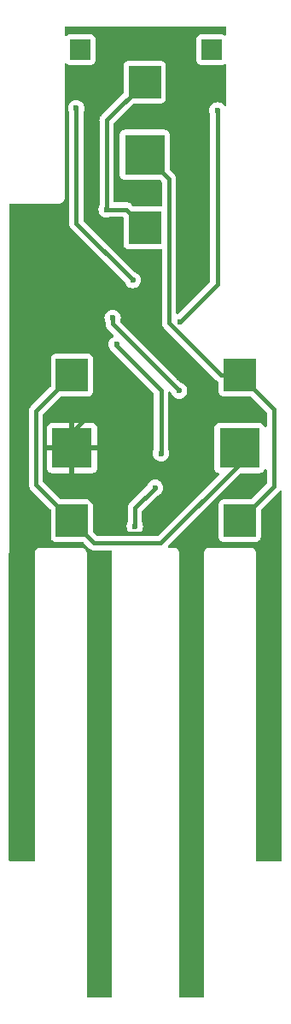
<source format=gbr>
%TF.GenerationSoftware,KiCad,Pcbnew,7.0.11*%
%TF.CreationDate,2025-02-10T21:59:36-08:00*%
%TF.ProjectId,enderman,656e6465-726d-4616-9e2e-6b696361645f,rev?*%
%TF.SameCoordinates,PX6ed1240PY84f1340*%
%TF.FileFunction,Copper,L2,Bot*%
%TF.FilePolarity,Positive*%
%FSLAX46Y46*%
G04 Gerber Fmt 4.6, Leading zero omitted, Abs format (unit mm)*
G04 Created by KiCad (PCBNEW 7.0.11) date 2025-02-10 21:59:36*
%MOMM*%
%LPD*%
G01*
G04 APERTURE LIST*
%TA.AperFunction,SMDPad,CuDef*%
%ADD10R,3.200000X3.200000*%
%TD*%
%TA.AperFunction,SMDPad,CuDef*%
%ADD11R,3.960000X3.960000*%
%TD*%
%TA.AperFunction,SMDPad,CuDef*%
%ADD12R,2.000000X2.000000*%
%TD*%
%TA.AperFunction,ViaPad*%
%ADD13C,0.600000*%
%TD*%
%TA.AperFunction,Conductor*%
%ADD14C,0.400000*%
%TD*%
G04 APERTURE END LIST*
D10*
%TO.P,BT2,1,+*%
%TO.N,+6V*%
X22387500Y79000000D03*
X22387500Y93400000D03*
D11*
%TO.P,BT2,2,-*%
%TO.N,Net-(BT2--)*%
X22387500Y86200000D03*
%TD*%
D10*
%TO.P,BT3,1,+*%
%TO.N,Net-(BT2--)*%
X31800000Y50000000D03*
X31800000Y64400000D03*
D11*
%TO.P,BT3,2,-*%
%TO.N,Net-(BT1-+)*%
X31800000Y57200000D03*
%TD*%
D12*
%TO.P,TP1,1,1*%
%TO.N,unconnected-(TP1-Pad1)*%
X29000000Y96600000D03*
%TD*%
D10*
%TO.P,BT1,1,+*%
%TO.N,Net-(BT1-+)*%
X15175000Y50000000D03*
X15175000Y64400000D03*
D11*
%TO.P,BT1,2,-*%
%TO.N,GND*%
X15175000Y57200000D03*
%TD*%
D12*
%TO.P,TP2,1,1*%
%TO.N,unconnected-(TP2-Pad1)*%
X16000000Y96600000D03*
%TD*%
D13*
%TO.N,Net-(D2-K)*%
X29600000Y90600000D03*
%TO.N,Net-(D1-K)*%
X15600000Y90800000D03*
%TO.N,GND*%
X26400000Y48000000D03*
X25800000Y64200000D03*
X28410000Y64200000D03*
X22810000Y49010000D03*
X17600000Y61200000D03*
%TO.N,+6V*%
X21410000Y49467500D03*
X18600000Y80800000D03*
X23410000Y53267500D03*
%TO.N,Net-(D1-K)*%
X21200000Y73800000D03*
%TO.N,Net-(D2-K)*%
X25900000Y69700000D03*
%TO.N,Net-(U2B-Q)*%
X19210000Y70067500D03*
X25810000Y62867500D03*
%TO.N,Net-(U2A-Q)*%
X19610000Y67467500D03*
X24010000Y56667500D03*
%TD*%
D14*
%TO.N,Net-(D2-K)*%
X29600000Y90600000D02*
X29600000Y73400000D01*
X29600000Y73400000D02*
X25900000Y69700000D01*
%TO.N,Net-(D1-K)*%
X15600000Y90800000D02*
X15600000Y79400000D01*
X15600000Y79400000D02*
X21200000Y73800000D01*
%TO.N,Net-(BT1-+)*%
X17386096Y47788904D02*
X23988904Y47788904D01*
X15175000Y50000000D02*
X17386096Y47788904D01*
X11600000Y60825000D02*
X15175000Y64400000D01*
X31800000Y55600000D02*
X31800000Y57200000D01*
X11600000Y53575000D02*
X11600000Y60825000D01*
X15175000Y50000000D02*
X11600000Y53575000D01*
X23988904Y47788904D02*
X31800000Y55600000D01*
%TO.N,GND*%
X22567500Y48767500D02*
X20432500Y48767500D01*
X28410000Y64200000D02*
X25800000Y64200000D01*
X20432500Y48767500D02*
X15175000Y54025000D01*
X15175000Y58775000D02*
X17600000Y61200000D01*
X22810000Y49010000D02*
X22567500Y48767500D01*
X15175000Y54025000D02*
X15175000Y57200000D01*
X15175000Y57200000D02*
X15175000Y58775000D01*
%TO.N,+6V*%
X18600000Y89612500D02*
X22387500Y93400000D01*
X23410000Y53267500D02*
X21410000Y51267500D01*
X20587500Y80800000D02*
X22387500Y79000000D01*
X18600000Y80800000D02*
X18600000Y89612500D01*
X18600000Y80800000D02*
X20587500Y80800000D01*
X21410000Y51267500D02*
X21410000Y49467500D01*
%TO.N,Net-(BT2--)*%
X31800000Y64400000D02*
X30000000Y64400000D01*
X35200000Y53400000D02*
X35200000Y61000000D01*
X35200000Y61000000D02*
X31800000Y64400000D01*
X31800000Y50000000D02*
X35200000Y53400000D01*
X24800000Y83787500D02*
X22387500Y86200000D01*
X30000000Y64400000D02*
X24800000Y69600000D01*
X24800000Y69600000D02*
X24800000Y83787500D01*
%TO.N,Net-(U2B-Q)*%
X19210000Y69467500D02*
X19210000Y70067500D01*
X25810000Y62867500D02*
X19210000Y69467500D01*
%TO.N,Net-(U2A-Q)*%
X24010000Y56667500D02*
X24010000Y62867500D01*
X19610000Y67267500D02*
X19610000Y67467500D01*
X24010000Y62867500D02*
X19610000Y67267500D01*
%TD*%
%TA.AperFunction,Conductor*%
%TO.N,GND*%
G36*
X30432770Y98872003D02*
G01*
X30478525Y98819199D01*
X30489731Y98767688D01*
X30489731Y98106315D01*
X30470046Y98039276D01*
X30417242Y97993521D01*
X30348084Y97983577D01*
X30291420Y98007048D01*
X30288512Y98009225D01*
X30242331Y98043796D01*
X30242329Y98043797D01*
X30242328Y98043798D01*
X30107482Y98094092D01*
X30107483Y98094092D01*
X30047883Y98100499D01*
X30047881Y98100500D01*
X30047873Y98100500D01*
X30047864Y98100500D01*
X27952129Y98100500D01*
X27952123Y98100499D01*
X27892516Y98094092D01*
X27757671Y98043798D01*
X27757664Y98043794D01*
X27642455Y97957548D01*
X27642452Y97957545D01*
X27556206Y97842336D01*
X27556202Y97842329D01*
X27505908Y97707483D01*
X27499501Y97647884D01*
X27499501Y97647877D01*
X27499500Y97647865D01*
X27499500Y95552130D01*
X27499501Y95552124D01*
X27505908Y95492517D01*
X27556202Y95357672D01*
X27556206Y95357665D01*
X27642452Y95242456D01*
X27642455Y95242453D01*
X27757664Y95156207D01*
X27757671Y95156203D01*
X27892517Y95105909D01*
X27892516Y95105909D01*
X27899444Y95105165D01*
X27952127Y95099500D01*
X30047872Y95099501D01*
X30107483Y95105909D01*
X30242331Y95156204D01*
X30291420Y95192953D01*
X30356883Y95217370D01*
X30425156Y95202519D01*
X30474562Y95153115D01*
X30489731Y95093686D01*
X30489731Y91119024D01*
X30470046Y91051985D01*
X30417242Y91006230D01*
X30348084Y90996286D01*
X30284528Y91025311D01*
X30260738Y91053051D01*
X30229817Y91102261D01*
X30102262Y91229816D01*
X29949523Y91325789D01*
X29779254Y91385369D01*
X29779249Y91385370D01*
X29600004Y91405565D01*
X29599996Y91405565D01*
X29420750Y91385370D01*
X29420745Y91385369D01*
X29250476Y91325789D01*
X29097737Y91229816D01*
X28970184Y91102263D01*
X28874211Y90949524D01*
X28814631Y90779255D01*
X28814630Y90779250D01*
X28794435Y90600004D01*
X28794435Y90599997D01*
X28814630Y90420751D01*
X28814631Y90420746D01*
X28874212Y90250475D01*
X28880492Y90240481D01*
X28899500Y90174507D01*
X28899500Y73741520D01*
X28879815Y73674481D01*
X28863181Y73653839D01*
X25712181Y70502839D01*
X25650858Y70469354D01*
X25581166Y70474338D01*
X25525233Y70516210D01*
X25500816Y70581674D01*
X25500500Y70590520D01*
X25500500Y83762592D01*
X25500726Y83770079D01*
X25501097Y83776204D01*
X25504357Y83830106D01*
X25493516Y83889265D01*
X25492389Y83896670D01*
X25485140Y83956371D01*
X25485139Y83956375D01*
X25481546Y83965849D01*
X25475519Y83987471D01*
X25473694Y83997430D01*
X25473694Y83997432D01*
X25449010Y84052277D01*
X25446149Y84059183D01*
X25424818Y84115430D01*
X25419058Y84123774D01*
X25408035Y84143320D01*
X25403878Y84152557D01*
X25366763Y84199931D01*
X25362345Y84205937D01*
X25328185Y84255427D01*
X25328183Y84255429D01*
X25283153Y84295322D01*
X25277715Y84300442D01*
X24904318Y84673839D01*
X24870833Y84735162D01*
X24867999Y84761520D01*
X24867999Y88227871D01*
X24867998Y88227877D01*
X24867997Y88227884D01*
X24861591Y88287483D01*
X24811296Y88422331D01*
X24811295Y88422332D01*
X24811293Y88422336D01*
X24725047Y88537545D01*
X24725044Y88537548D01*
X24609835Y88623794D01*
X24609828Y88623798D01*
X24474982Y88674092D01*
X24474983Y88674092D01*
X24415383Y88680499D01*
X24415381Y88680500D01*
X24415373Y88680500D01*
X24415364Y88680500D01*
X20359629Y88680500D01*
X20359623Y88680499D01*
X20300016Y88674092D01*
X20165171Y88623798D01*
X20165164Y88623794D01*
X20049955Y88537548D01*
X20049952Y88537545D01*
X19963706Y88422336D01*
X19963702Y88422329D01*
X19913408Y88287483D01*
X19907001Y88227884D01*
X19907001Y88227877D01*
X19907000Y88227865D01*
X19907000Y84172130D01*
X19907001Y84172124D01*
X19913408Y84112517D01*
X19963702Y83977672D01*
X19963706Y83977665D01*
X20049952Y83862456D01*
X20049955Y83862453D01*
X20165164Y83776207D01*
X20165171Y83776203D01*
X20300017Y83725909D01*
X20300016Y83725909D01*
X20306944Y83725165D01*
X20359627Y83719500D01*
X23825980Y83719501D01*
X23893019Y83699816D01*
X23913661Y83683182D01*
X24063181Y83533662D01*
X24096666Y83472339D01*
X24099500Y83445981D01*
X24099500Y81224500D01*
X24079815Y81157461D01*
X24027011Y81111706D01*
X23975500Y81100500D01*
X21329019Y81100500D01*
X21261980Y81120185D01*
X21241338Y81136819D01*
X21100440Y81277717D01*
X21095305Y81283172D01*
X21055429Y81328184D01*
X21055424Y81328188D01*
X21005938Y81362345D01*
X20999903Y81366785D01*
X20952560Y81403876D01*
X20952555Y81403880D01*
X20943313Y81408039D01*
X20923766Y81419064D01*
X20915431Y81424817D01*
X20915432Y81424817D01*
X20915430Y81424818D01*
X20859194Y81446146D01*
X20852290Y81449006D01*
X20797432Y81473695D01*
X20797430Y81473696D01*
X20787446Y81475526D01*
X20765843Y81481549D01*
X20756374Y81485140D01*
X20756371Y81485141D01*
X20696671Y81492390D01*
X20689270Y81493517D01*
X20630109Y81504358D01*
X20630103Y81504358D01*
X20570067Y81500726D01*
X20562579Y81500500D01*
X19424500Y81500500D01*
X19357461Y81520185D01*
X19311706Y81572989D01*
X19300500Y81624500D01*
X19300500Y89270982D01*
X19320185Y89338021D01*
X19336814Y89358658D01*
X21241338Y91263183D01*
X21302661Y91296667D01*
X21329019Y91299501D01*
X24035371Y91299501D01*
X24035372Y91299501D01*
X24094983Y91305909D01*
X24229831Y91356204D01*
X24345046Y91442454D01*
X24431296Y91557669D01*
X24481591Y91692517D01*
X24488000Y91752127D01*
X24487999Y95047872D01*
X24481591Y95107483D01*
X24464571Y95153115D01*
X24431297Y95242329D01*
X24431293Y95242336D01*
X24345047Y95357545D01*
X24345044Y95357548D01*
X24229835Y95443794D01*
X24229828Y95443798D01*
X24094982Y95494092D01*
X24094983Y95494092D01*
X24035383Y95500499D01*
X24035381Y95500500D01*
X24035373Y95500500D01*
X24035364Y95500500D01*
X20739629Y95500500D01*
X20739623Y95500499D01*
X20680016Y95494092D01*
X20545171Y95443798D01*
X20545164Y95443794D01*
X20429955Y95357548D01*
X20429952Y95357545D01*
X20343706Y95242336D01*
X20343702Y95242329D01*
X20293408Y95107483D01*
X20287001Y95047884D01*
X20287001Y95047877D01*
X20287000Y95047865D01*
X20287000Y92341520D01*
X20267315Y92274481D01*
X20250681Y92253839D01*
X18122290Y90125449D01*
X18116838Y90120317D01*
X18071819Y90080432D01*
X18037649Y90030931D01*
X18033213Y90024903D01*
X17996124Y89977562D01*
X17996119Y89977552D01*
X17991960Y89968312D01*
X17980942Y89948777D01*
X17975187Y89940439D01*
X17975179Y89940424D01*
X17953853Y89884195D01*
X17950989Y89877280D01*
X17926305Y89822432D01*
X17924477Y89812458D01*
X17918453Y89790847D01*
X17914860Y89781373D01*
X17914860Y89781372D01*
X17907610Y89721673D01*
X17906483Y89714273D01*
X17895642Y89655111D01*
X17895642Y89655105D01*
X17899274Y89595068D01*
X17899500Y89587580D01*
X17899500Y81225493D01*
X17880494Y81159522D01*
X17874209Y81149521D01*
X17814633Y80979263D01*
X17814630Y80979250D01*
X17794435Y80800004D01*
X17794435Y80799997D01*
X17814630Y80620751D01*
X17814631Y80620746D01*
X17874211Y80450477D01*
X17970184Y80297738D01*
X18097738Y80170184D01*
X18188080Y80113418D01*
X18250474Y80074213D01*
X18250478Y80074211D01*
X18385368Y80027011D01*
X18420745Y80014632D01*
X18420750Y80014631D01*
X18599996Y79994435D01*
X18600000Y79994435D01*
X18600004Y79994435D01*
X18779249Y80014631D01*
X18779252Y80014632D01*
X18779255Y80014632D01*
X18949522Y80074211D01*
X18950488Y80074819D01*
X18959523Y80080494D01*
X19025494Y80099500D01*
X20163000Y80099500D01*
X20230039Y80079815D01*
X20275794Y80027011D01*
X20287000Y79975500D01*
X20287000Y77352130D01*
X20287001Y77352124D01*
X20293408Y77292517D01*
X20343702Y77157672D01*
X20343706Y77157665D01*
X20429952Y77042456D01*
X20429955Y77042453D01*
X20545164Y76956207D01*
X20545171Y76956203D01*
X20680017Y76905909D01*
X20680016Y76905909D01*
X20686944Y76905165D01*
X20739627Y76899500D01*
X23975500Y76899501D01*
X24042539Y76879816D01*
X24088294Y76827012D01*
X24099500Y76775501D01*
X24099500Y69624922D01*
X24099274Y69617434D01*
X24095642Y69557397D01*
X24095642Y69557395D01*
X24106483Y69498230D01*
X24107610Y69490829D01*
X24114859Y69431129D01*
X24114860Y69431126D01*
X24118451Y69421657D01*
X24124474Y69400054D01*
X24126304Y69390070D01*
X24126305Y69390068D01*
X24144122Y69350479D01*
X24150991Y69335218D01*
X24153854Y69328306D01*
X24175182Y69272070D01*
X24175183Y69272069D01*
X24180936Y69263734D01*
X24191961Y69244187D01*
X24196120Y69234945D01*
X24196124Y69234940D01*
X24233215Y69187597D01*
X24237655Y69181562D01*
X24271812Y69132076D01*
X24271816Y69132071D01*
X24316828Y69092195D01*
X24322283Y69087060D01*
X29487051Y63922293D01*
X29492171Y63916855D01*
X29532071Y63871817D01*
X29581574Y63837648D01*
X29587603Y63833212D01*
X29634944Y63796122D01*
X29634949Y63796120D01*
X29639648Y63793279D01*
X29686836Y63741752D01*
X29699500Y63687161D01*
X29699500Y62752130D01*
X29699501Y62752124D01*
X29705908Y62692517D01*
X29756202Y62557672D01*
X29756206Y62557665D01*
X29842452Y62442456D01*
X29842455Y62442453D01*
X29957664Y62356207D01*
X29957671Y62356203D01*
X30092517Y62305909D01*
X30092516Y62305909D01*
X30099444Y62305165D01*
X30152127Y62299500D01*
X32858480Y62299501D01*
X32925519Y62279816D01*
X32946161Y62263182D01*
X34463181Y60746162D01*
X34496666Y60684839D01*
X34499500Y60658481D01*
X34499500Y59370426D01*
X34479815Y59303387D01*
X34427011Y59257632D01*
X34357853Y59247688D01*
X34294297Y59276713D01*
X34259318Y59327093D01*
X34223797Y59422329D01*
X34223793Y59422336D01*
X34137547Y59537545D01*
X34137544Y59537548D01*
X34022335Y59623794D01*
X34022328Y59623798D01*
X33887482Y59674092D01*
X33887483Y59674092D01*
X33827883Y59680499D01*
X33827881Y59680500D01*
X33827873Y59680500D01*
X33827864Y59680500D01*
X29772129Y59680500D01*
X29772123Y59680499D01*
X29712516Y59674092D01*
X29577671Y59623798D01*
X29577664Y59623794D01*
X29462455Y59537548D01*
X29462452Y59537545D01*
X29376206Y59422336D01*
X29376202Y59422329D01*
X29325908Y59287483D01*
X29319501Y59227884D01*
X29319500Y59227865D01*
X29319500Y55172130D01*
X29319501Y55172124D01*
X29325908Y55112517D01*
X29376202Y54977672D01*
X29376206Y54977665D01*
X29462452Y54862456D01*
X29462455Y54862453D01*
X29577664Y54776207D01*
X29577671Y54776203D01*
X29693960Y54732830D01*
X29749894Y54690959D01*
X29774311Y54625495D01*
X29759460Y54557222D01*
X29738308Y54528967D01*
X23735066Y48525723D01*
X23673743Y48492238D01*
X23647385Y48489404D01*
X21768283Y48489404D01*
X21701244Y48509089D01*
X21655489Y48561893D01*
X21645545Y48631051D01*
X21674570Y48694607D01*
X21727329Y48730446D01*
X21738348Y48734303D01*
X21759522Y48741711D01*
X21912262Y48837684D01*
X22039816Y48965238D01*
X22135789Y49117978D01*
X22195368Y49288245D01*
X22215565Y49467500D01*
X22195368Y49646755D01*
X22195367Y49646757D01*
X22195366Y49646763D01*
X22135790Y49817021D01*
X22129506Y49827022D01*
X22110500Y49892993D01*
X22110500Y50925982D01*
X22130185Y50993021D01*
X22146814Y51013658D01*
X23609290Y52476135D01*
X23656013Y52505493D01*
X23759522Y52541711D01*
X23912262Y52637684D01*
X24039816Y52765238D01*
X24135789Y52917978D01*
X24195368Y53088245D01*
X24197490Y53107076D01*
X24215565Y53267497D01*
X24215565Y53267504D01*
X24195369Y53446750D01*
X24195368Y53446755D01*
X24172007Y53513516D01*
X24135789Y53617022D01*
X24039816Y53769762D01*
X23912262Y53897316D01*
X23881701Y53916519D01*
X23759523Y53993289D01*
X23589254Y54052869D01*
X23589249Y54052870D01*
X23410004Y54073065D01*
X23409996Y54073065D01*
X23230750Y54052870D01*
X23230745Y54052869D01*
X23060476Y53993289D01*
X22907737Y53897316D01*
X22780184Y53769763D01*
X22684212Y53617025D01*
X22684211Y53617024D01*
X22647992Y53513516D01*
X22618632Y53466791D01*
X20932290Y51780449D01*
X20926838Y51775317D01*
X20881819Y51735432D01*
X20847649Y51685931D01*
X20843213Y51679903D01*
X20806124Y51632562D01*
X20806119Y51632552D01*
X20801960Y51623312D01*
X20790942Y51603777D01*
X20785187Y51595439D01*
X20785179Y51595424D01*
X20763853Y51539195D01*
X20760989Y51532280D01*
X20736305Y51477432D01*
X20734477Y51467458D01*
X20728453Y51445847D01*
X20724860Y51436373D01*
X20724860Y51436372D01*
X20717610Y51376673D01*
X20716483Y51369273D01*
X20705642Y51310111D01*
X20705642Y51310105D01*
X20709274Y51250068D01*
X20709500Y51242580D01*
X20709500Y49892993D01*
X20690494Y49827022D01*
X20684209Y49817021D01*
X20624633Y49646763D01*
X20624630Y49646750D01*
X20604435Y49467504D01*
X20604435Y49467497D01*
X20624630Y49288251D01*
X20624631Y49288246D01*
X20684211Y49117977D01*
X20780184Y48965238D01*
X20907738Y48837684D01*
X21060478Y48741711D01*
X21092671Y48730446D01*
X21149447Y48689724D01*
X21175195Y48624772D01*
X21161739Y48556210D01*
X21113352Y48505807D01*
X21051717Y48489404D01*
X17727615Y48489404D01*
X17660576Y48509089D01*
X17639934Y48525723D01*
X17311818Y48853839D01*
X17278333Y48915162D01*
X17275499Y48941520D01*
X17275499Y51647871D01*
X17275498Y51647877D01*
X17275497Y51647884D01*
X17269091Y51707483D01*
X17242867Y51777792D01*
X17218797Y51842329D01*
X17218793Y51842336D01*
X17132547Y51957545D01*
X17132544Y51957548D01*
X17017335Y52043794D01*
X17017328Y52043798D01*
X16882482Y52094092D01*
X16882483Y52094092D01*
X16822883Y52100499D01*
X16822881Y52100500D01*
X16822873Y52100500D01*
X16822865Y52100500D01*
X14116519Y52100500D01*
X14049480Y52120185D01*
X14028838Y52136819D01*
X12336819Y53828838D01*
X12303334Y53890161D01*
X12300500Y53916519D01*
X12300500Y56950000D01*
X12695000Y56950000D01*
X12695000Y55172156D01*
X12701401Y55112628D01*
X12701403Y55112621D01*
X12751645Y54977914D01*
X12751649Y54977907D01*
X12837809Y54862813D01*
X12837812Y54862810D01*
X12952906Y54776650D01*
X12952913Y54776646D01*
X13087620Y54726404D01*
X13087627Y54726402D01*
X13147155Y54720001D01*
X13147172Y54720000D01*
X14925000Y54720000D01*
X14925000Y56950000D01*
X15425000Y56950000D01*
X15425000Y54720000D01*
X17202828Y54720000D01*
X17202844Y54720001D01*
X17262372Y54726402D01*
X17262379Y54726404D01*
X17397086Y54776646D01*
X17397093Y54776650D01*
X17512187Y54862810D01*
X17512190Y54862813D01*
X17598350Y54977907D01*
X17598354Y54977914D01*
X17648596Y55112621D01*
X17648598Y55112628D01*
X17654999Y55172156D01*
X17655000Y55172173D01*
X17655000Y56950000D01*
X15425000Y56950000D01*
X14925000Y56950000D01*
X12695000Y56950000D01*
X12300500Y56950000D01*
X12300500Y57450000D01*
X12695000Y57450000D01*
X14925000Y57450000D01*
X14925000Y59680000D01*
X15425000Y59680000D01*
X15425000Y57450000D01*
X17655000Y57450000D01*
X17655000Y59227828D01*
X17654999Y59227845D01*
X17648598Y59287373D01*
X17648596Y59287380D01*
X17598354Y59422087D01*
X17598350Y59422094D01*
X17512190Y59537188D01*
X17512187Y59537191D01*
X17397093Y59623351D01*
X17397086Y59623355D01*
X17262379Y59673597D01*
X17262372Y59673599D01*
X17202844Y59680000D01*
X15425000Y59680000D01*
X14925000Y59680000D01*
X13147155Y59680000D01*
X13087627Y59673599D01*
X13087620Y59673597D01*
X12952913Y59623355D01*
X12952906Y59623351D01*
X12837812Y59537191D01*
X12837809Y59537188D01*
X12751649Y59422094D01*
X12751645Y59422087D01*
X12701403Y59287380D01*
X12701401Y59287373D01*
X12695000Y59227845D01*
X12695000Y57450000D01*
X12300500Y57450000D01*
X12300500Y60483483D01*
X12320185Y60550522D01*
X12336814Y60571159D01*
X14028837Y62263183D01*
X14090160Y62296667D01*
X14116518Y62299501D01*
X16822871Y62299501D01*
X16822872Y62299501D01*
X16882483Y62305909D01*
X17017331Y62356204D01*
X17132546Y62442454D01*
X17218796Y62557669D01*
X17269091Y62692517D01*
X17275500Y62752127D01*
X17275499Y66047872D01*
X17269091Y66107483D01*
X17218796Y66242331D01*
X17218795Y66242332D01*
X17218793Y66242336D01*
X17132547Y66357545D01*
X17132544Y66357548D01*
X17017335Y66443794D01*
X17017328Y66443798D01*
X16882482Y66494092D01*
X16882483Y66494092D01*
X16822883Y66500499D01*
X16822881Y66500500D01*
X16822873Y66500500D01*
X16822864Y66500500D01*
X13527129Y66500500D01*
X13527123Y66500499D01*
X13467516Y66494092D01*
X13332671Y66443798D01*
X13332664Y66443794D01*
X13217455Y66357548D01*
X13217452Y66357545D01*
X13131206Y66242336D01*
X13131202Y66242329D01*
X13080908Y66107483D01*
X13074501Y66047884D01*
X13074501Y66047877D01*
X13074500Y66047865D01*
X13074500Y63341520D01*
X13054815Y63274481D01*
X13038181Y63253839D01*
X11122290Y61337949D01*
X11116838Y61332817D01*
X11071819Y61292932D01*
X11037649Y61243431D01*
X11033213Y61237403D01*
X10996124Y61190062D01*
X10996119Y61190052D01*
X10991960Y61180812D01*
X10980942Y61161277D01*
X10975187Y61152939D01*
X10975179Y61152924D01*
X10953853Y61096695D01*
X10950989Y61089780D01*
X10926305Y61034932D01*
X10924477Y61024958D01*
X10918453Y61003347D01*
X10914860Y60993873D01*
X10914860Y60993872D01*
X10907610Y60934173D01*
X10906483Y60926773D01*
X10895642Y60867611D01*
X10895642Y60867605D01*
X10899274Y60807568D01*
X10899500Y60800080D01*
X10899500Y53599922D01*
X10899274Y53592434D01*
X10895642Y53532397D01*
X10895642Y53532395D01*
X10906483Y53473230D01*
X10907610Y53465829D01*
X10914859Y53406129D01*
X10914860Y53406126D01*
X10918451Y53396657D01*
X10924474Y53375054D01*
X10926304Y53365070D01*
X10950991Y53310218D01*
X10953854Y53303306D01*
X10975182Y53247070D01*
X10975183Y53247069D01*
X10980936Y53238734D01*
X10991961Y53219187D01*
X10996120Y53209945D01*
X10996124Y53209940D01*
X11033215Y53162597D01*
X11037655Y53156562D01*
X11071812Y53107076D01*
X11071816Y53107071D01*
X11116828Y53067195D01*
X11122283Y53062060D01*
X12090252Y52094091D01*
X13038181Y51146163D01*
X13071666Y51084840D01*
X13074500Y51058482D01*
X13074500Y48352130D01*
X13074501Y48352124D01*
X13080908Y48292517D01*
X13131202Y48157672D01*
X13131206Y48157665D01*
X13217452Y48042456D01*
X13217455Y48042453D01*
X13332664Y47956207D01*
X13332671Y47956203D01*
X13467517Y47905909D01*
X13467516Y47905909D01*
X13474444Y47905165D01*
X13527127Y47899500D01*
X16233480Y47899501D01*
X16300519Y47879816D01*
X16321161Y47863182D01*
X16873154Y47311189D01*
X16878274Y47305751D01*
X16918167Y47260721D01*
X16967673Y47226549D01*
X16973693Y47222119D01*
X17013159Y47191199D01*
X17021039Y47185026D01*
X17022208Y47184500D01*
X17030278Y47180868D01*
X17049829Y47169841D01*
X17058166Y47164086D01*
X17114425Y47142751D01*
X17121302Y47139902D01*
X17142435Y47130390D01*
X17176159Y47115211D01*
X17176162Y47115211D01*
X17176165Y47115209D01*
X17186130Y47113383D01*
X17207752Y47107356D01*
X17210873Y47106173D01*
X17217224Y47103764D01*
X17274785Y47096776D01*
X17276911Y47096517D01*
X17284318Y47095390D01*
X17343490Y47084546D01*
X17403529Y47088179D01*
X17411017Y47088404D01*
X19015630Y47088404D01*
X19082669Y47068719D01*
X19128424Y47015915D01*
X19138367Y46946761D01*
X19138223Y46945761D01*
X19138116Y46945016D01*
X19134373Y46927846D01*
X19126684Y46901654D01*
X19126683Y46901646D01*
X19126683Y2977624D01*
X19106998Y2910585D01*
X19054194Y2864830D01*
X19002683Y2853624D01*
X16751683Y2853624D01*
X16684644Y2873309D01*
X16638889Y2926113D01*
X16627683Y2977624D01*
X16627683Y46901649D01*
X16627682Y46901654D01*
X16619991Y46927846D01*
X16616233Y46945124D01*
X16612348Y46972142D01*
X16612348Y46972144D01*
X16612348Y46972145D01*
X16608864Y46979774D01*
X16601009Y46996975D01*
X16594826Y47013552D01*
X16587136Y47039740D01*
X16587136Y47039742D01*
X16572375Y47062710D01*
X16563897Y47078237D01*
X16559357Y47088178D01*
X16552560Y47103061D01*
X16534683Y47123692D01*
X16524086Y47137848D01*
X16509326Y47160816D01*
X16509325Y47160817D01*
X16488693Y47178696D01*
X16476189Y47191200D01*
X16458311Y47211831D01*
X16458306Y47211835D01*
X16435343Y47226593D01*
X16421183Y47237192D01*
X16414190Y47243251D01*
X16400556Y47255065D01*
X16375724Y47266406D01*
X16360202Y47274882D01*
X16360200Y47274883D01*
X16337236Y47289641D01*
X16337234Y47289642D01*
X16311041Y47297333D01*
X16294471Y47303514D01*
X16269640Y47314853D01*
X16242606Y47318741D01*
X16225337Y47322498D01*
X16199146Y47330188D01*
X16199144Y47330188D01*
X16162982Y47330188D01*
X12071961Y47330188D01*
X11928039Y47330188D01*
X11928036Y47330188D01*
X11928034Y47330187D01*
X11901842Y47322498D01*
X11884568Y47318740D01*
X11857544Y47314854D01*
X11857541Y47314853D01*
X11832710Y47303513D01*
X11816141Y47297333D01*
X11803171Y47293525D01*
X11789947Y47289641D01*
X11789945Y47289641D01*
X11789945Y47289640D01*
X11766982Y47274883D01*
X11751461Y47266408D01*
X11726628Y47255067D01*
X11726625Y47255065D01*
X11706000Y47237193D01*
X11691840Y47226593D01*
X11668876Y47211835D01*
X11668871Y47211831D01*
X11650993Y47191199D01*
X11638489Y47178695D01*
X11617857Y47160817D01*
X11617853Y47160812D01*
X11603095Y47137848D01*
X11592495Y47123688D01*
X11574623Y47103063D01*
X11574621Y47103060D01*
X11563280Y47078227D01*
X11554805Y47062706D01*
X11540048Y47039743D01*
X11532355Y47013547D01*
X11526175Y46996978D01*
X11514835Y46972147D01*
X11514834Y46972144D01*
X11510948Y46945120D01*
X11507190Y46927846D01*
X11499501Y46901654D01*
X11499500Y46901646D01*
X11499500Y16450284D01*
X11479815Y16383245D01*
X11427011Y16337490D01*
X11375500Y16326284D01*
X9044422Y16326284D01*
X8977383Y16345969D01*
X8931628Y16398773D01*
X8920422Y16450284D01*
X8920422Y46784648D01*
X8925445Y46819584D01*
X8926531Y46823280D01*
X8930222Y46835852D01*
X8930222Y46979774D01*
X8930222Y70067497D01*
X18404435Y70067497D01*
X18424630Y69888251D01*
X18424631Y69888246D01*
X18484212Y69717975D01*
X18490492Y69707981D01*
X18509500Y69642007D01*
X18509500Y69492422D01*
X18509274Y69484934D01*
X18505642Y69424897D01*
X18505642Y69424895D01*
X18516483Y69365730D01*
X18517610Y69358329D01*
X18524859Y69298629D01*
X18524860Y69298626D01*
X18528451Y69289157D01*
X18534474Y69267554D01*
X18536304Y69257570D01*
X18560991Y69202718D01*
X18563854Y69195806D01*
X18585182Y69139570D01*
X18585183Y69139569D01*
X18590936Y69131234D01*
X18601961Y69111687D01*
X18606120Y69102445D01*
X18606124Y69102440D01*
X18643215Y69055097D01*
X18647655Y69049062D01*
X18681812Y68999576D01*
X18681816Y68999571D01*
X18726828Y68959695D01*
X18732283Y68954560D01*
X19294219Y68392625D01*
X19327704Y68331302D01*
X19322720Y68261611D01*
X19280849Y68205677D01*
X19261258Y68193780D01*
X19107737Y68097316D01*
X18980184Y67969763D01*
X18884211Y67817024D01*
X18824631Y67646755D01*
X18824630Y67646750D01*
X18804435Y67467504D01*
X18804435Y67467497D01*
X18824630Y67288251D01*
X18824631Y67288246D01*
X18884211Y67117978D01*
X18961667Y66994708D01*
X18972615Y66972706D01*
X18985179Y66939575D01*
X18985183Y66939569D01*
X18990936Y66931234D01*
X19001961Y66911687D01*
X19006120Y66902445D01*
X19006124Y66902440D01*
X19043215Y66855097D01*
X19047655Y66849062D01*
X19081812Y66799576D01*
X19081816Y66799571D01*
X19126828Y66759695D01*
X19132283Y66754560D01*
X23273181Y62613662D01*
X23306666Y62552339D01*
X23309500Y62525981D01*
X23309500Y57092993D01*
X23290494Y57027022D01*
X23284209Y57017021D01*
X23224633Y56846763D01*
X23224630Y56846750D01*
X23204435Y56667504D01*
X23204435Y56667497D01*
X23224630Y56488251D01*
X23224631Y56488246D01*
X23284211Y56317977D01*
X23380184Y56165238D01*
X23507738Y56037684D01*
X23660478Y55941711D01*
X23830745Y55882132D01*
X23830750Y55882131D01*
X24009996Y55861935D01*
X24010000Y55861935D01*
X24010004Y55861935D01*
X24189249Y55882131D01*
X24189252Y55882132D01*
X24189255Y55882132D01*
X24359522Y55941711D01*
X24512262Y56037684D01*
X24639816Y56165238D01*
X24735789Y56317978D01*
X24795368Y56488245D01*
X24815565Y56667500D01*
X24795368Y56846755D01*
X24795367Y56846757D01*
X24795366Y56846763D01*
X24735790Y57017021D01*
X24729506Y57027022D01*
X24710500Y57092993D01*
X24710500Y62676982D01*
X24730185Y62744021D01*
X24782989Y62789776D01*
X24852147Y62799720D01*
X24915703Y62770695D01*
X24922181Y62764663D01*
X25018631Y62668213D01*
X25047991Y62621487D01*
X25084210Y62517980D01*
X25084212Y62517976D01*
X25180184Y62365238D01*
X25307738Y62237684D01*
X25460478Y62141711D01*
X25630745Y62082132D01*
X25630750Y62082131D01*
X25809996Y62061935D01*
X25810000Y62061935D01*
X25810004Y62061935D01*
X25989249Y62082131D01*
X25989252Y62082132D01*
X25989255Y62082132D01*
X26159522Y62141711D01*
X26312262Y62237684D01*
X26439816Y62365238D01*
X26535789Y62517978D01*
X26595368Y62688245D01*
X26595369Y62688251D01*
X26615565Y62867497D01*
X26615565Y62867504D01*
X26595369Y63046750D01*
X26595368Y63046755D01*
X26535788Y63217024D01*
X26474123Y63315162D01*
X26439816Y63369762D01*
X26312262Y63497316D01*
X26159522Y63593289D01*
X26159520Y63593290D01*
X26056013Y63629509D01*
X26009287Y63658869D01*
X19994613Y69673544D01*
X19961128Y69734867D01*
X19965252Y69802179D01*
X19995368Y69888245D01*
X20015565Y70067500D01*
X19995368Y70246755D01*
X19935789Y70417022D01*
X19930280Y70425789D01*
X19896582Y70479420D01*
X19839816Y70569762D01*
X19712262Y70697316D01*
X19559523Y70793289D01*
X19389254Y70852869D01*
X19389249Y70852870D01*
X19210004Y70873065D01*
X19209996Y70873065D01*
X19030750Y70852870D01*
X19030745Y70852869D01*
X18860476Y70793289D01*
X18707737Y70697316D01*
X18580184Y70569763D01*
X18484211Y70417024D01*
X18424631Y70246755D01*
X18424630Y70246750D01*
X18404435Y70067504D01*
X18404435Y70067497D01*
X8930222Y70067497D01*
X8930222Y81267688D01*
X8949907Y81334727D01*
X9002711Y81380482D01*
X9054222Y81391688D01*
X13999730Y81391688D01*
X13999731Y81391688D01*
X14025928Y81399381D01*
X14043193Y81403137D01*
X14070226Y81407023D01*
X14095056Y81418364D01*
X14111624Y81424544D01*
X14137823Y81432235D01*
X14160793Y81446998D01*
X14176304Y81455469D01*
X14201142Y81466811D01*
X14221772Y81484688D01*
X14235923Y81495282D01*
X14258898Y81510046D01*
X14276775Y81530678D01*
X14289281Y81543185D01*
X14309912Y81561060D01*
X14324676Y81584035D01*
X14335262Y81598177D01*
X14353147Y81618816D01*
X14364486Y81643645D01*
X14372967Y81659177D01*
X14387722Y81682135D01*
X14395413Y81708332D01*
X14401594Y81724903D01*
X14412934Y81749732D01*
X14416820Y81776765D01*
X14420576Y81794030D01*
X14428269Y81820227D01*
X14428269Y81964149D01*
X14428269Y81988586D01*
X14428267Y81988707D01*
X14428251Y90799997D01*
X14794435Y90799997D01*
X14814630Y90620751D01*
X14814631Y90620746D01*
X14874212Y90450475D01*
X14880492Y90440481D01*
X14899500Y90374507D01*
X14899500Y79424922D01*
X14899274Y79417434D01*
X14895642Y79357397D01*
X14895642Y79357395D01*
X14906483Y79298230D01*
X14907610Y79290829D01*
X14914859Y79231129D01*
X14914860Y79231126D01*
X14918451Y79221657D01*
X14924474Y79200054D01*
X14926304Y79190070D01*
X14950991Y79135218D01*
X14953854Y79128306D01*
X14975182Y79072070D01*
X14975183Y79072069D01*
X14980936Y79063734D01*
X14991961Y79044187D01*
X14996120Y79034945D01*
X14996124Y79034940D01*
X15033215Y78987597D01*
X15037655Y78981562D01*
X15071812Y78932076D01*
X15071816Y78932071D01*
X15116828Y78892195D01*
X15122283Y78887060D01*
X20408630Y73600713D01*
X20437990Y73553987D01*
X20474209Y73450481D01*
X20474211Y73450478D01*
X20570184Y73297738D01*
X20697738Y73170184D01*
X20850478Y73074211D01*
X21020745Y73014632D01*
X21020750Y73014631D01*
X21199996Y72994435D01*
X21200000Y72994435D01*
X21200004Y72994435D01*
X21379249Y73014631D01*
X21379252Y73014632D01*
X21379255Y73014632D01*
X21549522Y73074211D01*
X21702262Y73170184D01*
X21829816Y73297738D01*
X21925789Y73450478D01*
X21985368Y73620745D01*
X22005565Y73800000D01*
X21985368Y73979255D01*
X21925789Y74149522D01*
X21829816Y74302262D01*
X21702262Y74429816D01*
X21549522Y74525789D01*
X21549519Y74525791D01*
X21446013Y74562010D01*
X21399287Y74591370D01*
X16336819Y79653838D01*
X16303334Y79715161D01*
X16300500Y79741519D01*
X16300500Y90374507D01*
X16319508Y90440481D01*
X16325787Y90450475D01*
X16325786Y90450475D01*
X16325789Y90450478D01*
X16385368Y90620745D01*
X16405565Y90800000D01*
X16388718Y90949522D01*
X16385369Y90979250D01*
X16385368Y90979255D01*
X16342326Y91102262D01*
X16325789Y91149522D01*
X16229816Y91302262D01*
X16102262Y91429816D01*
X16082146Y91442456D01*
X15949523Y91525789D01*
X15779254Y91585369D01*
X15779249Y91585370D01*
X15600004Y91605565D01*
X15599996Y91605565D01*
X15420750Y91585370D01*
X15420745Y91585369D01*
X15250476Y91525789D01*
X15097737Y91429816D01*
X14970184Y91302263D01*
X14874211Y91149524D01*
X14814631Y90979255D01*
X14814630Y90979250D01*
X14794435Y90800004D01*
X14794435Y90799997D01*
X14428251Y90799997D01*
X14428243Y95157304D01*
X14447927Y95224342D01*
X14500731Y95270097D01*
X14569890Y95280041D01*
X14633446Y95251016D01*
X14639924Y95244984D01*
X14642455Y95242453D01*
X14757664Y95156207D01*
X14757671Y95156203D01*
X14892517Y95105909D01*
X14892516Y95105909D01*
X14899444Y95105165D01*
X14952127Y95099500D01*
X17047872Y95099501D01*
X17107483Y95105909D01*
X17242331Y95156204D01*
X17357546Y95242454D01*
X17443796Y95357669D01*
X17494091Y95492517D01*
X17500500Y95552127D01*
X17500499Y97647872D01*
X17494091Y97707483D01*
X17443796Y97842331D01*
X17443795Y97842332D01*
X17443793Y97842336D01*
X17357547Y97957545D01*
X17357544Y97957548D01*
X17242335Y98043794D01*
X17242328Y98043798D01*
X17107482Y98094092D01*
X17107483Y98094092D01*
X17047883Y98100499D01*
X17047881Y98100500D01*
X17047873Y98100500D01*
X17047864Y98100500D01*
X14952129Y98100500D01*
X14952123Y98100499D01*
X14892516Y98094092D01*
X14757671Y98043798D01*
X14757664Y98043794D01*
X14642452Y97957546D01*
X14639913Y97955006D01*
X14636763Y97953287D01*
X14635355Y97952232D01*
X14635203Y97952435D01*
X14578588Y97921524D01*
X14508897Y97926513D01*
X14452966Y97968387D01*
X14428552Y98033853D01*
X14428237Y98042676D01*
X14428236Y98767689D01*
X14447920Y98834727D01*
X14500724Y98880482D01*
X14552236Y98891688D01*
X30365731Y98891688D01*
X30432770Y98872003D01*
G37*
%TD.AperFunction*%
%TA.AperFunction,Conductor*%
G36*
X34434926Y55138408D02*
G01*
X34484332Y55089003D01*
X34499500Y55029575D01*
X34499500Y53741520D01*
X34479815Y53674481D01*
X34463181Y53653839D01*
X32946161Y52136819D01*
X32884838Y52103334D01*
X32858480Y52100500D01*
X30152129Y52100500D01*
X30152123Y52100499D01*
X30092516Y52094092D01*
X29957671Y52043798D01*
X29957664Y52043794D01*
X29842455Y51957548D01*
X29842452Y51957545D01*
X29756206Y51842336D01*
X29756202Y51842329D01*
X29705908Y51707483D01*
X29699501Y51647884D01*
X29699501Y51647877D01*
X29699500Y51647865D01*
X29699500Y48352130D01*
X29699501Y48352124D01*
X29705908Y48292517D01*
X29756202Y48157672D01*
X29756206Y48157665D01*
X29842452Y48042456D01*
X29842455Y48042453D01*
X29957664Y47956207D01*
X29957671Y47956203D01*
X30092517Y47905909D01*
X30092516Y47905909D01*
X30099444Y47905165D01*
X30152127Y47899500D01*
X33447872Y47899501D01*
X33507483Y47905909D01*
X33642331Y47956204D01*
X33757546Y48042454D01*
X33843796Y48157669D01*
X33894091Y48292517D01*
X33900500Y48352127D01*
X33900499Y51058483D01*
X33920184Y51125521D01*
X33936813Y51146158D01*
X35677731Y52887076D01*
X35683151Y52892178D01*
X35728183Y52932071D01*
X35762366Y52981596D01*
X35766788Y52987603D01*
X35768136Y52989324D01*
X35824984Y53029944D01*
X35894769Y53033382D01*
X35955335Y52998545D01*
X35987452Y52936495D01*
X35989731Y52912830D01*
X35989731Y46857338D01*
X35994708Y46840388D01*
X35999731Y46805452D01*
X35999731Y16473724D01*
X35980046Y16406685D01*
X35927242Y16360930D01*
X35875731Y16349724D01*
X33544651Y16349724D01*
X33477612Y16369409D01*
X33431857Y16422213D01*
X33420651Y16473724D01*
X33420651Y46901649D01*
X33420650Y46901654D01*
X33412959Y46927846D01*
X33409201Y46945124D01*
X33405316Y46972142D01*
X33405316Y46972144D01*
X33405316Y46972145D01*
X33401832Y46979774D01*
X33393977Y46996975D01*
X33387794Y47013552D01*
X33380104Y47039740D01*
X33380104Y47039742D01*
X33365343Y47062710D01*
X33356865Y47078237D01*
X33352325Y47088178D01*
X33345528Y47103061D01*
X33327651Y47123692D01*
X33317054Y47137848D01*
X33302294Y47160816D01*
X33302293Y47160817D01*
X33281661Y47178696D01*
X33269157Y47191200D01*
X33251279Y47211831D01*
X33251274Y47211835D01*
X33228311Y47226593D01*
X33214151Y47237192D01*
X33207158Y47243251D01*
X33193524Y47255065D01*
X33168692Y47266406D01*
X33153170Y47274882D01*
X33153168Y47274883D01*
X33130204Y47289641D01*
X33130202Y47289642D01*
X33104009Y47297333D01*
X33087439Y47303514D01*
X33062608Y47314853D01*
X33035574Y47318741D01*
X33018305Y47322498D01*
X32992114Y47330188D01*
X32992112Y47330188D01*
X32955950Y47330188D01*
X28865160Y47330188D01*
X28721238Y47330188D01*
X28721235Y47330188D01*
X28721233Y47330187D01*
X28695041Y47322498D01*
X28677767Y47318740D01*
X28650743Y47314854D01*
X28650740Y47314853D01*
X28625909Y47303513D01*
X28609340Y47297333D01*
X28596370Y47293525D01*
X28583146Y47289641D01*
X28583144Y47289641D01*
X28583144Y47289640D01*
X28560181Y47274883D01*
X28544660Y47266408D01*
X28519827Y47255067D01*
X28519824Y47255065D01*
X28499199Y47237193D01*
X28485039Y47226593D01*
X28462075Y47211835D01*
X28462070Y47211831D01*
X28444192Y47191199D01*
X28431688Y47178695D01*
X28411056Y47160817D01*
X28411052Y47160812D01*
X28396294Y47137848D01*
X28385694Y47123688D01*
X28367822Y47103063D01*
X28367820Y47103060D01*
X28356479Y47078227D01*
X28348004Y47062706D01*
X28333247Y47039743D01*
X28325554Y47013547D01*
X28319374Y46996978D01*
X28308034Y46972147D01*
X28308033Y46972144D01*
X28304147Y46945120D01*
X28300389Y46927846D01*
X28292700Y46901654D01*
X28292699Y46901646D01*
X28292699Y2991294D01*
X28273014Y2924255D01*
X28220210Y2878500D01*
X28168699Y2867294D01*
X25917699Y2867294D01*
X25850660Y2886979D01*
X25804905Y2939783D01*
X25793699Y2991294D01*
X25793699Y46901649D01*
X25793698Y46901654D01*
X25786007Y46927846D01*
X25782249Y46945124D01*
X25778364Y46972142D01*
X25778364Y46972144D01*
X25778364Y46972145D01*
X25774880Y46979774D01*
X25767025Y46996975D01*
X25760842Y47013552D01*
X25753152Y47039740D01*
X25753152Y47039742D01*
X25738391Y47062710D01*
X25729913Y47078237D01*
X25725373Y47088178D01*
X25718576Y47103061D01*
X25700699Y47123692D01*
X25690102Y47137848D01*
X25675342Y47160816D01*
X25675341Y47160817D01*
X25654709Y47178696D01*
X25642205Y47191200D01*
X25624327Y47211831D01*
X25624322Y47211835D01*
X25601359Y47226593D01*
X25587199Y47237192D01*
X25580206Y47243251D01*
X25566572Y47255065D01*
X25541740Y47266406D01*
X25526218Y47274882D01*
X25526216Y47274883D01*
X25503252Y47289641D01*
X25503250Y47289642D01*
X25477057Y47297333D01*
X25460487Y47303514D01*
X25435656Y47314853D01*
X25408622Y47318741D01*
X25391353Y47322498D01*
X25365162Y47330188D01*
X25365160Y47330188D01*
X25328998Y47330188D01*
X24820207Y47330188D01*
X24753168Y47349873D01*
X24707413Y47402677D01*
X24697469Y47471835D01*
X24726494Y47535391D01*
X24732526Y47541869D01*
X31873838Y54683182D01*
X31935161Y54716667D01*
X31961519Y54719501D01*
X33827871Y54719501D01*
X33827872Y54719501D01*
X33887483Y54725909D01*
X34022331Y54776204D01*
X34137546Y54862454D01*
X34223796Y54977669D01*
X34259318Y55072908D01*
X34301189Y55128842D01*
X34366653Y55153259D01*
X34434926Y55138408D01*
G37*
%TD.AperFunction*%
%TD*%
M02*

</source>
